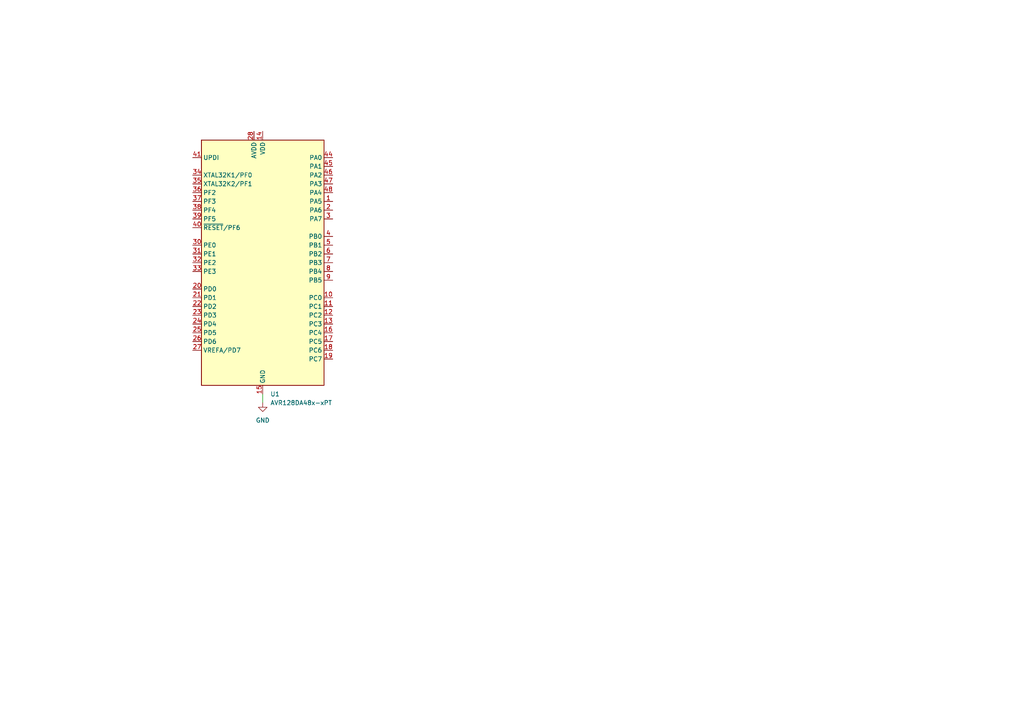
<source format=kicad_sch>
(kicad_sch (version 20231120) (generator "eeschema") (generator_version "8.0")
  (paper "A4")
  (lib_symbols
    (symbol "MCU_Microchip_AVR_Dx:AVR128DA48x-xPT"
      (property "Reference" "U" (at -17.78 36.83 0))
      (property "Value" "AVR128DA48x-xPT" (at 5.08 -36.83 0))
      (symbol "AVR128DA48x-xPT_0_1"
        (rectangle (start -17.78 35.56) (end 17.78 -35.56) (stroke (width 0.254)) (fill (type background)))
      )
      (symbol "AVR128DA48x-xPT_1_1"
        (pin bidirectional line (at 20.32 17.78 180) (length 2.54) (name "PA5") (number "1"))
        (pin bidirectional line (at 20.32 -10.16 180) (length 2.54) (name "PC0") (number "10"))
        (pin bidirectional line (at 20.32 -12.7 180) (length 2.54) (name "PC1") (number "11"))
        (pin bidirectional line (at 20.32 -15.24 180) (length 2.54) (name "PC2") (number "12"))
        (pin bidirectional line (at 20.32 -17.78 180) (length 2.54) (name "PC3") (number "13"))
        (pin power_in line (at 0 38.1 270) (length 2.54) (name "VDD") (number "14"))
        (pin power_in line (at 0 -38.1 90) (length 2.54) (name "GND") (number "15"))
        (pin bidirectional line (at 20.32 -20.32 180) (length 2.54) (name "PC4") (number "16"))
        (pin bidirectional line (at 20.32 -22.86 180) (length 2.54) (name "PC5") (number "17"))
        (pin bidirectional line (at 20.32 -25.4 180) (length 2.54) (name "PC6") (number "18"))
        (pin bidirectional line (at 20.32 -27.94 180) (length 2.54) (name "PC7") (number "19"))
        (pin bidirectional line (at 20.32 15.24 180) (length 2.54) (name "PA6") (number "2"))
        (pin bidirectional line (at -20.32 -7.62 0) (length 2.54) (name "PD0") (number "20"))
        (pin bidirectional line (at -20.32 -10.16 0) (length 2.54) (name "PD1") (number "21"))
        (pin bidirectional line (at -20.32 -12.7 0) (length 2.54) (name "PD2") (number "22"))
        (pin bidirectional line (at -20.32 -15.24 0) (length 2.54) (name "PD3") (number "23"))
        (pin bidirectional line (at -20.32 -17.78 0) (length 2.54) (name "PD4") (number "24"))
        (pin bidirectional line (at -20.32 -20.32 0) (length 2.54) (name "PD5") (number "25"))
        (pin bidirectional line (at -20.32 -22.86 0) (length 2.54) (name "PD6") (number "26"))
        (pin bidirectional line (at -20.32 -25.4 0) (length 2.54) (name "VREFA/PD7") (number "27"))
        (pin power_in line (at -2.54 38.1 270) (length 2.54) (name "AVDD") (number "28"))
        (pin passive line (at 0 -38.1 90) (length 2.54) hide (name "GND") (number "29"))
        (pin bidirectional line (at 20.32 12.7 180) (length 2.54) (name "PA7") (number "3"))
        (pin bidirectional line (at -20.32 5.08 0) (length 2.54) (name "PE0") (number "30"))
        (pin bidirectional line (at -20.32 2.54 0) (length 2.54) (name "PE1") (number "31"))
        (pin bidirectional line (at -20.32 0 0) (length 2.54) (name "PE2") (number "32"))
        (pin bidirectional line (at -20.32 -2.54 0) (length 2.54) (name "PE3") (number "33"))
        (pin bidirectional line (at -20.32 25.4 0) (length 2.54) (name "XTAL32K1/PF0") (number "34"))
        (pin bidirectional line (at -20.32 22.86 0) (length 2.54) (name "XTAL32K2/PF1") (number "35"))
        (pin bidirectional line (at -20.32 20.32 0) (length 2.54) (name "PF2") (number "36"))
        (pin bidirectional line (at -20.32 17.78 0) (length 2.54) (name "PF3") (number "37"))
        (pin bidirectional line (at -20.32 15.24 0) (length 2.54) (name "PF4") (number "38"))
        (pin bidirectional line (at -20.32 12.7 0) (length 2.54) (name "PF5") (number "39"))
        (pin bidirectional line (at 20.32 7.62 180) (length 2.54) (name "PB0") (number "4"))
        (pin bidirectional line (at -20.32 10.16 0) (length 2.54) (name "~{RESET}/PF6") (number "40"))
        (pin input line (at -20.32 30.48 0) (length 2.54) (name "UPDI") (number "41"))
        (pin passive line (at 0 38.1 270) (length 2.54) hide (name "VDD") (number "42"))
        (pin passive line (at 0 -38.1 90) (length 2.54) hide (name "GND") (number "43"))
        (pin bidirectional line (at 20.32 30.48 180) (length 2.54) (name "PA0") (number "44"))
        (pin bidirectional line (at 20.32 27.94 180) (length 2.54) (name "PA1") (number "45"))
        (pin bidirectional line (at 20.32 25.4 180) (length 2.54) (name "PA2") (number "46"))
        (pin bidirectional line (at 20.32 22.86 180) (length 2.54) (name "PA3") (number "47"))
        (pin bidirectional line (at 20.32 20.32 180) (length 2.54) (name "PA4") (number "48"))
        (pin bidirectional line (at 20.32 5.08 180) (length 2.54) (name "PB1") (number "5"))
        (pin bidirectional line (at 20.32 2.54 180) (length 2.54) (name "PB2") (number "6"))
        (pin bidirectional line (at 20.32 0 180) (length 2.54) (name "PB3") (number "7"))
        (pin bidirectional line (at 20.32 -2.54 180) (length 2.54) (name "PB4") (number "8"))
        (pin bidirectional line (at 20.32 -5.08 180) (length 2.54) (name "PB5") (number "9"))
      )
    )
    (symbol "power:GND" (power) (pin_numbers hide) (pin_names (offset 0) hide)
      (property "Value" "GND" (at 0 -3.81 0))
      (symbol "GND_0_1"
        (polyline (pts (xy 0 0) (xy 0 -1.27) (xy 1.27 -1.27) (xy 0 -2.54) (xy -1.27 -1.27) (xy 0 -1.27)))
      )
      (symbol "GND_1_1"
        (pin power_in line (at 0 0 270) (length 0) (name "~") (number "1"))
      )
    )
  )
  (wire (pts (xy 76.2 116.84) (xy 76.2 114.3)))
  (symbol (lib_id "power:GND") (at 76.2 116.84 0) (unit 1)
    (property "Reference" "#PWR01" (effects (hide yes)))
    (property "Value" "GND" (at 76.2 121.92 0))
    (property "Description" "Power symbol creates a global label with name \"GND\" , ground" (effects (hide yes)))
  )
  (symbol (lib_id "MCU_Microchip_AVR_Dx:AVR128DA48x-xPT") (at 76.2 76.2 0) (unit 1)
    (property "Reference" "U1" (at 78.3941 114.3 0) (effects (justify left)))
    (property "Value" "AVR128DA48x-xPT" (at 78.3941 116.84 0) (effects (justify left)))
    (property "Footprint" "Package_QFP:TQFP-48_7x7mm_P0.5mm" (effects (hide yes)))
    (property "Datasheet" "https://ww1.microchip.com/downloads/en/DeviceDoc/AVR128DA28-32-48-64-DataSheet-DS40002183B.pdf" (effects (hide yes)))
    (property "Description" "24MHz, 128kB Flash, 16kB SRAM, EEPROM with Touch Sensing, TQFP-48" (effects (hide yes)))
  )
)
</source>
